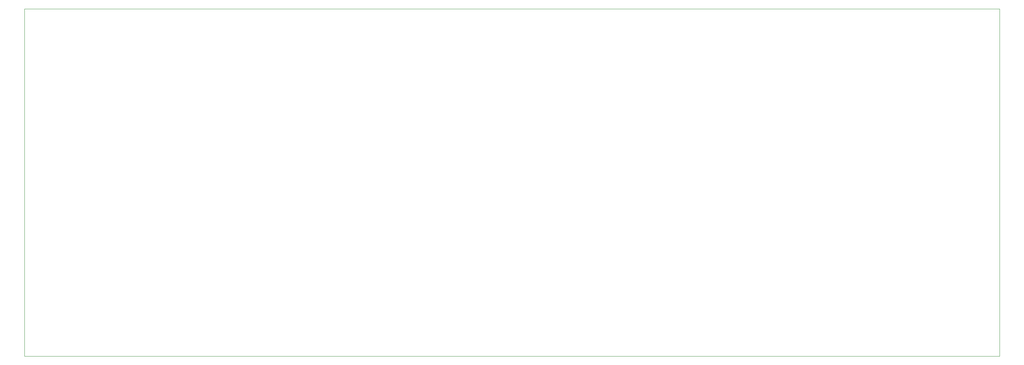
<source format=gm1>
G04 #@! TF.GenerationSoftware,KiCad,Pcbnew,(6.0.2-0)*
G04 #@! TF.CreationDate,2022-03-14T11:48:14+11:00*
G04 #@! TF.ProjectId,keyboard,6b657962-6f61-4726-942e-6b696361645f,rev?*
G04 #@! TF.SameCoordinates,Original*
G04 #@! TF.FileFunction,Profile,NP*
%FSLAX46Y46*%
G04 Gerber Fmt 4.6, Leading zero omitted, Abs format (unit mm)*
G04 Created by KiCad (PCBNEW (6.0.2-0)) date 2022-03-14 11:48:14*
%MOMM*%
%LPD*%
G01*
G04 APERTURE LIST*
G04 #@! TA.AperFunction,Profile*
%ADD10C,0.050000*%
G04 #@! TD*
G04 APERTURE END LIST*
D10*
X95220000Y-110890000D02*
X328300000Y-110890000D01*
X328300000Y-110890000D02*
X328300000Y-193970000D01*
X328300000Y-193970000D02*
X95220000Y-193970000D01*
X95220000Y-193970000D02*
X95220000Y-110890000D01*
M02*

</source>
